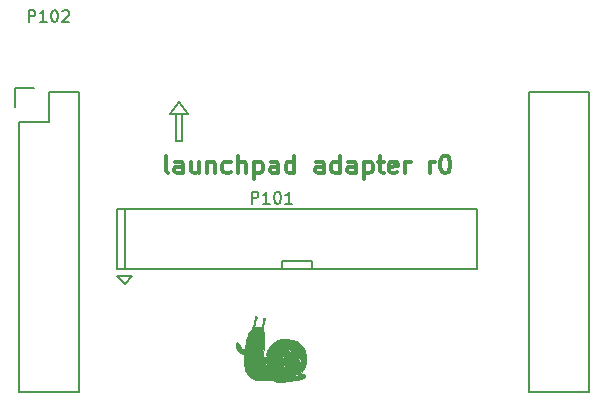
<source format=gto>
G04 #@! TF.FileFunction,Legend,Top*
%FSLAX46Y46*%
G04 Gerber Fmt 4.6, Leading zero omitted, Abs format (unit mm)*
G04 Created by KiCad (PCBNEW 4.0.2-stable) date Thu May 19 22:00:52 2016*
%MOMM*%
G01*
G04 APERTURE LIST*
%ADD10C,0.100000*%
%ADD11C,0.300000*%
%ADD12C,0.200000*%
%ADD13C,0.150000*%
%ADD14C,0.010000*%
G04 APERTURE END LIST*
D10*
D11*
X137058287Y-99230571D02*
X136915429Y-99159143D01*
X136844001Y-99016286D01*
X136844001Y-97730571D01*
X138272572Y-99230571D02*
X138272572Y-98444857D01*
X138201143Y-98302000D01*
X138058286Y-98230571D01*
X137772572Y-98230571D01*
X137629715Y-98302000D01*
X138272572Y-99159143D02*
X138129715Y-99230571D01*
X137772572Y-99230571D01*
X137629715Y-99159143D01*
X137558286Y-99016286D01*
X137558286Y-98873429D01*
X137629715Y-98730571D01*
X137772572Y-98659143D01*
X138129715Y-98659143D01*
X138272572Y-98587714D01*
X139629715Y-98230571D02*
X139629715Y-99230571D01*
X138986858Y-98230571D02*
X138986858Y-99016286D01*
X139058286Y-99159143D01*
X139201144Y-99230571D01*
X139415429Y-99230571D01*
X139558286Y-99159143D01*
X139629715Y-99087714D01*
X140344001Y-98230571D02*
X140344001Y-99230571D01*
X140344001Y-98373429D02*
X140415429Y-98302000D01*
X140558287Y-98230571D01*
X140772572Y-98230571D01*
X140915429Y-98302000D01*
X140986858Y-98444857D01*
X140986858Y-99230571D01*
X142344001Y-99159143D02*
X142201144Y-99230571D01*
X141915430Y-99230571D01*
X141772572Y-99159143D01*
X141701144Y-99087714D01*
X141629715Y-98944857D01*
X141629715Y-98516286D01*
X141701144Y-98373429D01*
X141772572Y-98302000D01*
X141915430Y-98230571D01*
X142201144Y-98230571D01*
X142344001Y-98302000D01*
X142986858Y-99230571D02*
X142986858Y-97730571D01*
X143629715Y-99230571D02*
X143629715Y-98444857D01*
X143558286Y-98302000D01*
X143415429Y-98230571D01*
X143201144Y-98230571D01*
X143058286Y-98302000D01*
X142986858Y-98373429D01*
X144344001Y-98230571D02*
X144344001Y-99730571D01*
X144344001Y-98302000D02*
X144486858Y-98230571D01*
X144772572Y-98230571D01*
X144915429Y-98302000D01*
X144986858Y-98373429D01*
X145058287Y-98516286D01*
X145058287Y-98944857D01*
X144986858Y-99087714D01*
X144915429Y-99159143D01*
X144772572Y-99230571D01*
X144486858Y-99230571D01*
X144344001Y-99159143D01*
X146344001Y-99230571D02*
X146344001Y-98444857D01*
X146272572Y-98302000D01*
X146129715Y-98230571D01*
X145844001Y-98230571D01*
X145701144Y-98302000D01*
X146344001Y-99159143D02*
X146201144Y-99230571D01*
X145844001Y-99230571D01*
X145701144Y-99159143D01*
X145629715Y-99016286D01*
X145629715Y-98873429D01*
X145701144Y-98730571D01*
X145844001Y-98659143D01*
X146201144Y-98659143D01*
X146344001Y-98587714D01*
X147701144Y-99230571D02*
X147701144Y-97730571D01*
X147701144Y-99159143D02*
X147558287Y-99230571D01*
X147272573Y-99230571D01*
X147129715Y-99159143D01*
X147058287Y-99087714D01*
X146986858Y-98944857D01*
X146986858Y-98516286D01*
X147058287Y-98373429D01*
X147129715Y-98302000D01*
X147272573Y-98230571D01*
X147558287Y-98230571D01*
X147701144Y-98302000D01*
X150201144Y-99230571D02*
X150201144Y-98444857D01*
X150129715Y-98302000D01*
X149986858Y-98230571D01*
X149701144Y-98230571D01*
X149558287Y-98302000D01*
X150201144Y-99159143D02*
X150058287Y-99230571D01*
X149701144Y-99230571D01*
X149558287Y-99159143D01*
X149486858Y-99016286D01*
X149486858Y-98873429D01*
X149558287Y-98730571D01*
X149701144Y-98659143D01*
X150058287Y-98659143D01*
X150201144Y-98587714D01*
X151558287Y-99230571D02*
X151558287Y-97730571D01*
X151558287Y-99159143D02*
X151415430Y-99230571D01*
X151129716Y-99230571D01*
X150986858Y-99159143D01*
X150915430Y-99087714D01*
X150844001Y-98944857D01*
X150844001Y-98516286D01*
X150915430Y-98373429D01*
X150986858Y-98302000D01*
X151129716Y-98230571D01*
X151415430Y-98230571D01*
X151558287Y-98302000D01*
X152915430Y-99230571D02*
X152915430Y-98444857D01*
X152844001Y-98302000D01*
X152701144Y-98230571D01*
X152415430Y-98230571D01*
X152272573Y-98302000D01*
X152915430Y-99159143D02*
X152772573Y-99230571D01*
X152415430Y-99230571D01*
X152272573Y-99159143D01*
X152201144Y-99016286D01*
X152201144Y-98873429D01*
X152272573Y-98730571D01*
X152415430Y-98659143D01*
X152772573Y-98659143D01*
X152915430Y-98587714D01*
X153629716Y-98230571D02*
X153629716Y-99730571D01*
X153629716Y-98302000D02*
X153772573Y-98230571D01*
X154058287Y-98230571D01*
X154201144Y-98302000D01*
X154272573Y-98373429D01*
X154344002Y-98516286D01*
X154344002Y-98944857D01*
X154272573Y-99087714D01*
X154201144Y-99159143D01*
X154058287Y-99230571D01*
X153772573Y-99230571D01*
X153629716Y-99159143D01*
X154772573Y-98230571D02*
X155344002Y-98230571D01*
X154986859Y-97730571D02*
X154986859Y-99016286D01*
X155058287Y-99159143D01*
X155201145Y-99230571D01*
X155344002Y-99230571D01*
X156415430Y-99159143D02*
X156272573Y-99230571D01*
X155986859Y-99230571D01*
X155844002Y-99159143D01*
X155772573Y-99016286D01*
X155772573Y-98444857D01*
X155844002Y-98302000D01*
X155986859Y-98230571D01*
X156272573Y-98230571D01*
X156415430Y-98302000D01*
X156486859Y-98444857D01*
X156486859Y-98587714D01*
X155772573Y-98730571D01*
X157129716Y-99230571D02*
X157129716Y-98230571D01*
X157129716Y-98516286D02*
X157201144Y-98373429D01*
X157272573Y-98302000D01*
X157415430Y-98230571D01*
X157558287Y-98230571D01*
X159201144Y-99230571D02*
X159201144Y-98230571D01*
X159201144Y-98516286D02*
X159272572Y-98373429D01*
X159344001Y-98302000D01*
X159486858Y-98230571D01*
X159629715Y-98230571D01*
X160415429Y-97730571D02*
X160558286Y-97730571D01*
X160701143Y-97802000D01*
X160772572Y-97873429D01*
X160844001Y-98016286D01*
X160915429Y-98302000D01*
X160915429Y-98659143D01*
X160844001Y-98944857D01*
X160772572Y-99087714D01*
X160701143Y-99159143D01*
X160558286Y-99230571D01*
X160415429Y-99230571D01*
X160272572Y-99159143D01*
X160201143Y-99087714D01*
X160129715Y-98944857D01*
X160058286Y-98659143D01*
X160058286Y-98302000D01*
X160129715Y-98016286D01*
X160201143Y-97873429D01*
X160272572Y-97802000D01*
X160415429Y-97730571D01*
D12*
X138176000Y-96520000D02*
X138176000Y-94234000D01*
X137668000Y-96520000D02*
X138176000Y-96520000D01*
X137668000Y-94234000D02*
X137668000Y-96520000D01*
X137922000Y-94234000D02*
X137668000Y-94234000D01*
X137160000Y-94234000D02*
X137922000Y-94234000D01*
X137160000Y-94234000D02*
X137922000Y-93218000D01*
X137922000Y-94234000D02*
X138684000Y-94234000D01*
X138684000Y-94234000D02*
X137922000Y-93218000D01*
D13*
X133350000Y-102235000D02*
X133350000Y-107315000D01*
X133350000Y-108585000D02*
X133985000Y-107950000D01*
X132715000Y-107950000D02*
X133350000Y-108585000D01*
X149225000Y-106680000D02*
X149225000Y-107315000D01*
X146685000Y-106680000D02*
X149225000Y-106680000D01*
X146685000Y-106680000D02*
X146685000Y-107315000D01*
X132715000Y-107950000D02*
X133985000Y-107950000D01*
X163195000Y-107315000D02*
X132715000Y-107315000D01*
X163195000Y-106045000D02*
X163195000Y-107315000D01*
X132715000Y-106045000D02*
X132715000Y-107315000D01*
X132715000Y-102235000D02*
X132715000Y-103505000D01*
X163195000Y-102235000D02*
X132715000Y-102235000D01*
X163195000Y-103505000D02*
X163195000Y-102235000D01*
X163195000Y-103505000D02*
X163195000Y-106045000D01*
X132715000Y-103505000D02*
X132715000Y-106045000D01*
X172631100Y-92303600D02*
X172631100Y-117703600D01*
X167551100Y-92303600D02*
X172631100Y-92303600D01*
X167551100Y-117703600D02*
X167551100Y-92303600D01*
X124371100Y-117703600D02*
X124371100Y-94843600D01*
X129451100Y-117703600D02*
X124371100Y-117703600D01*
X129451100Y-92303600D02*
X129451100Y-117703600D01*
X172631100Y-117703600D02*
X167551100Y-117703600D01*
X129451100Y-92303600D02*
X126911100Y-92303600D01*
X125641100Y-92023600D02*
X124091100Y-92023600D01*
X126911100Y-92303600D02*
X126911100Y-94843600D01*
X126911100Y-94843600D02*
X124371100Y-94843600D01*
X124091100Y-92023600D02*
X124091100Y-93573600D01*
D14*
G36*
X147083174Y-113245374D02*
X147541036Y-113310064D01*
X147926996Y-113445089D01*
X148239642Y-113649148D01*
X148477561Y-113920939D01*
X148639340Y-114259159D01*
X148723566Y-114662506D01*
X148731858Y-114764996D01*
X148721934Y-115190036D01*
X148640936Y-115560145D01*
X148491967Y-115867512D01*
X148278130Y-116104328D01*
X148169363Y-116181091D01*
X147946976Y-116261302D01*
X147694618Y-116265093D01*
X147440021Y-116199670D01*
X147210918Y-116072237D01*
X147035039Y-115889999D01*
X147032121Y-115885643D01*
X146910601Y-115633048D01*
X146852012Y-115353601D01*
X146852802Y-115068503D01*
X146909418Y-114798956D01*
X147018308Y-114566161D01*
X147175918Y-114391319D01*
X147294080Y-114322343D01*
X147554387Y-114258009D01*
X147786952Y-114284217D01*
X147977894Y-114391902D01*
X148113332Y-114571998D01*
X148179383Y-114815442D01*
X148183599Y-114903179D01*
X148151966Y-115093713D01*
X148069156Y-115249362D01*
X147953305Y-115358021D01*
X147822552Y-115407588D01*
X147695032Y-115385959D01*
X147597264Y-115294470D01*
X147547930Y-115202321D01*
X147548990Y-115120073D01*
X147598606Y-115002370D01*
X147680625Y-114833400D01*
X147576512Y-114953327D01*
X147485965Y-115105652D01*
X147493811Y-115251587D01*
X147564369Y-115367522D01*
X147698731Y-115465692D01*
X147857969Y-115470949D01*
X148028591Y-115384453D01*
X148100073Y-115321373D01*
X148196412Y-115211008D01*
X148243999Y-115102646D01*
X148259142Y-114951933D01*
X148259800Y-114886948D01*
X148219936Y-114622329D01*
X148111293Y-114415822D01*
X147950286Y-114270191D01*
X147753335Y-114188195D01*
X147536858Y-114172599D01*
X147317272Y-114226163D01*
X147110996Y-114351649D01*
X146934449Y-114551819D01*
X146875500Y-114654074D01*
X146790352Y-114912156D01*
X146759982Y-115213100D01*
X146785161Y-115513709D01*
X146855941Y-115748235D01*
X147021203Y-115999750D01*
X147253507Y-116200482D01*
X147527400Y-116333660D01*
X147817430Y-116382513D01*
X147818582Y-116382516D01*
X147932817Y-116362894D01*
X148092377Y-116312607D01*
X148182253Y-116276935D01*
X148343580Y-116216006D01*
X148451063Y-116201882D01*
X148537654Y-116229572D01*
X148624587Y-116317000D01*
X148623201Y-116423899D01*
X148538926Y-116530570D01*
X148437600Y-116592663D01*
X148261615Y-116654622D01*
X148016475Y-116713102D01*
X147722984Y-116765918D01*
X147401944Y-116810889D01*
X147074157Y-116845831D01*
X146760428Y-116868561D01*
X146481558Y-116876895D01*
X146258351Y-116868651D01*
X146111609Y-116841646D01*
X146101844Y-116837788D01*
X145890955Y-116702436D01*
X145727762Y-116493484D01*
X145607360Y-116202928D01*
X145541565Y-115923202D01*
X145488413Y-115674567D01*
X145430550Y-115478042D01*
X145373276Y-115346590D01*
X145321894Y-115293171D01*
X145291093Y-115310994D01*
X145241902Y-115335470D01*
X145189018Y-115271568D01*
X145139336Y-115131959D01*
X145105969Y-114970793D01*
X145073103Y-114765261D01*
X145244051Y-114803971D01*
X145531376Y-114901367D01*
X145760435Y-115057767D01*
X145949012Y-115288499D01*
X146074740Y-115519894D01*
X146144704Y-115664600D01*
X146180302Y-115723184D01*
X146188412Y-115702381D01*
X146177807Y-115620800D01*
X146086718Y-115345661D01*
X145914784Y-115092738D01*
X145682597Y-114889946D01*
X145603933Y-114842875D01*
X145450102Y-114749842D01*
X145365101Y-114659301D01*
X145341537Y-114545679D01*
X145372019Y-114383400D01*
X145423935Y-114220149D01*
X145543099Y-113983148D01*
X145747132Y-113733761D01*
X145792235Y-113687828D01*
X146045896Y-113471957D01*
X146308800Y-113330960D01*
X146605377Y-113256466D01*
X146960059Y-113240100D01*
X147083174Y-113245374D01*
X147083174Y-113245374D01*
G37*
X147083174Y-113245374D02*
X147541036Y-113310064D01*
X147926996Y-113445089D01*
X148239642Y-113649148D01*
X148477561Y-113920939D01*
X148639340Y-114259159D01*
X148723566Y-114662506D01*
X148731858Y-114764996D01*
X148721934Y-115190036D01*
X148640936Y-115560145D01*
X148491967Y-115867512D01*
X148278130Y-116104328D01*
X148169363Y-116181091D01*
X147946976Y-116261302D01*
X147694618Y-116265093D01*
X147440021Y-116199670D01*
X147210918Y-116072237D01*
X147035039Y-115889999D01*
X147032121Y-115885643D01*
X146910601Y-115633048D01*
X146852012Y-115353601D01*
X146852802Y-115068503D01*
X146909418Y-114798956D01*
X147018308Y-114566161D01*
X147175918Y-114391319D01*
X147294080Y-114322343D01*
X147554387Y-114258009D01*
X147786952Y-114284217D01*
X147977894Y-114391902D01*
X148113332Y-114571998D01*
X148179383Y-114815442D01*
X148183599Y-114903179D01*
X148151966Y-115093713D01*
X148069156Y-115249362D01*
X147953305Y-115358021D01*
X147822552Y-115407588D01*
X147695032Y-115385959D01*
X147597264Y-115294470D01*
X147547930Y-115202321D01*
X147548990Y-115120073D01*
X147598606Y-115002370D01*
X147680625Y-114833400D01*
X147576512Y-114953327D01*
X147485965Y-115105652D01*
X147493811Y-115251587D01*
X147564369Y-115367522D01*
X147698731Y-115465692D01*
X147857969Y-115470949D01*
X148028591Y-115384453D01*
X148100073Y-115321373D01*
X148196412Y-115211008D01*
X148243999Y-115102646D01*
X148259142Y-114951933D01*
X148259800Y-114886948D01*
X148219936Y-114622329D01*
X148111293Y-114415822D01*
X147950286Y-114270191D01*
X147753335Y-114188195D01*
X147536858Y-114172599D01*
X147317272Y-114226163D01*
X147110996Y-114351649D01*
X146934449Y-114551819D01*
X146875500Y-114654074D01*
X146790352Y-114912156D01*
X146759982Y-115213100D01*
X146785161Y-115513709D01*
X146855941Y-115748235D01*
X147021203Y-115999750D01*
X147253507Y-116200482D01*
X147527400Y-116333660D01*
X147817430Y-116382513D01*
X147818582Y-116382516D01*
X147932817Y-116362894D01*
X148092377Y-116312607D01*
X148182253Y-116276935D01*
X148343580Y-116216006D01*
X148451063Y-116201882D01*
X148537654Y-116229572D01*
X148624587Y-116317000D01*
X148623201Y-116423899D01*
X148538926Y-116530570D01*
X148437600Y-116592663D01*
X148261615Y-116654622D01*
X148016475Y-116713102D01*
X147722984Y-116765918D01*
X147401944Y-116810889D01*
X147074157Y-116845831D01*
X146760428Y-116868561D01*
X146481558Y-116876895D01*
X146258351Y-116868651D01*
X146111609Y-116841646D01*
X146101844Y-116837788D01*
X145890955Y-116702436D01*
X145727762Y-116493484D01*
X145607360Y-116202928D01*
X145541565Y-115923202D01*
X145488413Y-115674567D01*
X145430550Y-115478042D01*
X145373276Y-115346590D01*
X145321894Y-115293171D01*
X145291093Y-115310994D01*
X145241902Y-115335470D01*
X145189018Y-115271568D01*
X145139336Y-115131959D01*
X145105969Y-114970793D01*
X145073103Y-114765261D01*
X145244051Y-114803971D01*
X145531376Y-114901367D01*
X145760435Y-115057767D01*
X145949012Y-115288499D01*
X146074740Y-115519894D01*
X146144704Y-115664600D01*
X146180302Y-115723184D01*
X146188412Y-115702381D01*
X146177807Y-115620800D01*
X146086718Y-115345661D01*
X145914784Y-115092738D01*
X145682597Y-114889946D01*
X145603933Y-114842875D01*
X145450102Y-114749842D01*
X145365101Y-114659301D01*
X145341537Y-114545679D01*
X145372019Y-114383400D01*
X145423935Y-114220149D01*
X145543099Y-113983148D01*
X145747132Y-113733761D01*
X145792235Y-113687828D01*
X146045896Y-113471957D01*
X146308800Y-113330960D01*
X146605377Y-113256466D01*
X146960059Y-113240100D01*
X147083174Y-113245374D01*
G36*
X144503032Y-111322104D02*
X144559253Y-111376619D01*
X144576347Y-111452507D01*
X144547382Y-111502863D01*
X144530209Y-111506000D01*
X144494610Y-111551191D01*
X144452774Y-111667390D01*
X144426611Y-111771817D01*
X144388439Y-111946273D01*
X144354581Y-112095142D01*
X144341519Y-112149532D01*
X144334260Y-112224878D01*
X144381788Y-112252777D01*
X144483217Y-112252719D01*
X144649555Y-112258265D01*
X144790621Y-112281850D01*
X144878205Y-112297195D01*
X144930332Y-112266221D01*
X144971512Y-112167030D01*
X144990410Y-112103346D01*
X145031005Y-111906983D01*
X145050731Y-111702738D01*
X145051117Y-111671099D01*
X145063009Y-111520202D01*
X145103407Y-111458026D01*
X145119623Y-111455200D01*
X145196861Y-111495862D01*
X145226925Y-111586272D01*
X145198776Y-111671746D01*
X145164492Y-111751657D01*
X145123531Y-111899121D01*
X145086929Y-112071198D01*
X145055943Y-112264137D01*
X145051034Y-112393338D01*
X145073523Y-112493603D01*
X145105636Y-112563975D01*
X145155189Y-112730381D01*
X145180340Y-112981593D01*
X145181048Y-113303781D01*
X145157271Y-113683116D01*
X145110200Y-114096800D01*
X145078743Y-114349275D01*
X145053737Y-114592706D01*
X145038570Y-114791785D01*
X145035609Y-114874022D01*
X145050836Y-115042364D01*
X145091647Y-115208359D01*
X145147583Y-115342065D01*
X145208181Y-115413543D01*
X145225804Y-115418377D01*
X145304105Y-115446886D01*
X145367256Y-115538050D01*
X145422258Y-115705922D01*
X145463203Y-115894952D01*
X145517433Y-116121416D01*
X145588153Y-116341280D01*
X145660515Y-116508691D01*
X145663962Y-116514956D01*
X145788847Y-116738400D01*
X145144723Y-116734820D01*
X144772624Y-116724955D01*
X144492759Y-116700238D01*
X144309209Y-116661040D01*
X144302009Y-116658478D01*
X143994134Y-116497985D01*
X143757152Y-116265714D01*
X143618162Y-116032633D01*
X143560837Y-115901487D01*
X143522657Y-115781509D01*
X143499801Y-115646750D01*
X143488448Y-115471261D01*
X143484777Y-115229092D01*
X143484600Y-115125534D01*
X143484600Y-114773239D01*
X144485423Y-114773239D01*
X144486557Y-114987553D01*
X144498427Y-115171519D01*
X144518702Y-115295090D01*
X144527787Y-115319339D01*
X144616703Y-115404913D01*
X144723029Y-115406228D01*
X144813065Y-115326834D01*
X144832057Y-115287292D01*
X144869524Y-115132112D01*
X144877589Y-115020592D01*
X144869873Y-114936676D01*
X144853786Y-114948197D01*
X144828368Y-115057279D01*
X144807258Y-115176300D01*
X144770442Y-115309293D01*
X144710295Y-115362788D01*
X144677065Y-115366800D01*
X144616422Y-115352740D01*
X144573632Y-115300246D01*
X144544647Y-115193845D01*
X144525418Y-115018068D01*
X144511898Y-114757440D01*
X144510917Y-114731800D01*
X144495646Y-114325400D01*
X144485423Y-114773239D01*
X143484600Y-114773239D01*
X143484600Y-114503268D01*
X143337034Y-114503234D01*
X143176882Y-114456906D01*
X143022403Y-114334881D01*
X142890064Y-114162486D01*
X142796331Y-113965048D01*
X142757670Y-113767896D01*
X142774104Y-113637379D01*
X142829136Y-113549589D01*
X142904839Y-113557969D01*
X142997259Y-113660115D01*
X143091397Y-113830100D01*
X143180219Y-113999042D01*
X143255795Y-114092931D01*
X143337120Y-114133060D01*
X143365939Y-114137853D01*
X143444128Y-114139739D01*
X143496361Y-114111111D01*
X143532407Y-114033302D01*
X143562037Y-113887648D01*
X143586861Y-113715800D01*
X143639452Y-113440158D01*
X143719615Y-113152101D01*
X143733793Y-113112566D01*
X144417350Y-113112566D01*
X144484824Y-113121361D01*
X144500600Y-113121696D01*
X144587357Y-113116205D01*
X144594995Y-113100302D01*
X144590466Y-113098278D01*
X144489619Y-113088229D01*
X144438066Y-113096396D01*
X144417350Y-113112566D01*
X143733793Y-113112566D01*
X143781919Y-112978371D01*
X144094712Y-112978371D01*
X144105749Y-113022549D01*
X144142001Y-113030000D01*
X144211670Y-113018219D01*
X144221200Y-113007598D01*
X144198256Y-112978371D01*
X144805912Y-112978371D01*
X144816949Y-113022549D01*
X144853201Y-113030000D01*
X144922870Y-113018219D01*
X144932400Y-113007598D01*
X144895175Y-112960180D01*
X144828194Y-112959123D01*
X144805912Y-112978371D01*
X144198256Y-112978371D01*
X144183975Y-112960180D01*
X144116994Y-112959123D01*
X144094712Y-112978371D01*
X143781919Y-112978371D01*
X143817177Y-112880061D01*
X143921962Y-112652473D01*
X144021923Y-112499892D01*
X144108263Y-112371257D01*
X144195247Y-112191871D01*
X144274684Y-111986943D01*
X144338379Y-111781681D01*
X144378140Y-111601293D01*
X144385774Y-111470986D01*
X144370812Y-111426441D01*
X144351797Y-111355173D01*
X144405564Y-111312927D01*
X144503032Y-111322104D01*
X144503032Y-111322104D01*
G37*
X144503032Y-111322104D02*
X144559253Y-111376619D01*
X144576347Y-111452507D01*
X144547382Y-111502863D01*
X144530209Y-111506000D01*
X144494610Y-111551191D01*
X144452774Y-111667390D01*
X144426611Y-111771817D01*
X144388439Y-111946273D01*
X144354581Y-112095142D01*
X144341519Y-112149532D01*
X144334260Y-112224878D01*
X144381788Y-112252777D01*
X144483217Y-112252719D01*
X144649555Y-112258265D01*
X144790621Y-112281850D01*
X144878205Y-112297195D01*
X144930332Y-112266221D01*
X144971512Y-112167030D01*
X144990410Y-112103346D01*
X145031005Y-111906983D01*
X145050731Y-111702738D01*
X145051117Y-111671099D01*
X145063009Y-111520202D01*
X145103407Y-111458026D01*
X145119623Y-111455200D01*
X145196861Y-111495862D01*
X145226925Y-111586272D01*
X145198776Y-111671746D01*
X145164492Y-111751657D01*
X145123531Y-111899121D01*
X145086929Y-112071198D01*
X145055943Y-112264137D01*
X145051034Y-112393338D01*
X145073523Y-112493603D01*
X145105636Y-112563975D01*
X145155189Y-112730381D01*
X145180340Y-112981593D01*
X145181048Y-113303781D01*
X145157271Y-113683116D01*
X145110200Y-114096800D01*
X145078743Y-114349275D01*
X145053737Y-114592706D01*
X145038570Y-114791785D01*
X145035609Y-114874022D01*
X145050836Y-115042364D01*
X145091647Y-115208359D01*
X145147583Y-115342065D01*
X145208181Y-115413543D01*
X145225804Y-115418377D01*
X145304105Y-115446886D01*
X145367256Y-115538050D01*
X145422258Y-115705922D01*
X145463203Y-115894952D01*
X145517433Y-116121416D01*
X145588153Y-116341280D01*
X145660515Y-116508691D01*
X145663962Y-116514956D01*
X145788847Y-116738400D01*
X145144723Y-116734820D01*
X144772624Y-116724955D01*
X144492759Y-116700238D01*
X144309209Y-116661040D01*
X144302009Y-116658478D01*
X143994134Y-116497985D01*
X143757152Y-116265714D01*
X143618162Y-116032633D01*
X143560837Y-115901487D01*
X143522657Y-115781509D01*
X143499801Y-115646750D01*
X143488448Y-115471261D01*
X143484777Y-115229092D01*
X143484600Y-115125534D01*
X143484600Y-114773239D01*
X144485423Y-114773239D01*
X144486557Y-114987553D01*
X144498427Y-115171519D01*
X144518702Y-115295090D01*
X144527787Y-115319339D01*
X144616703Y-115404913D01*
X144723029Y-115406228D01*
X144813065Y-115326834D01*
X144832057Y-115287292D01*
X144869524Y-115132112D01*
X144877589Y-115020592D01*
X144869873Y-114936676D01*
X144853786Y-114948197D01*
X144828368Y-115057279D01*
X144807258Y-115176300D01*
X144770442Y-115309293D01*
X144710295Y-115362788D01*
X144677065Y-115366800D01*
X144616422Y-115352740D01*
X144573632Y-115300246D01*
X144544647Y-115193845D01*
X144525418Y-115018068D01*
X144511898Y-114757440D01*
X144510917Y-114731800D01*
X144495646Y-114325400D01*
X144485423Y-114773239D01*
X143484600Y-114773239D01*
X143484600Y-114503268D01*
X143337034Y-114503234D01*
X143176882Y-114456906D01*
X143022403Y-114334881D01*
X142890064Y-114162486D01*
X142796331Y-113965048D01*
X142757670Y-113767896D01*
X142774104Y-113637379D01*
X142829136Y-113549589D01*
X142904839Y-113557969D01*
X142997259Y-113660115D01*
X143091397Y-113830100D01*
X143180219Y-113999042D01*
X143255795Y-114092931D01*
X143337120Y-114133060D01*
X143365939Y-114137853D01*
X143444128Y-114139739D01*
X143496361Y-114111111D01*
X143532407Y-114033302D01*
X143562037Y-113887648D01*
X143586861Y-113715800D01*
X143639452Y-113440158D01*
X143719615Y-113152101D01*
X143733793Y-113112566D01*
X144417350Y-113112566D01*
X144484824Y-113121361D01*
X144500600Y-113121696D01*
X144587357Y-113116205D01*
X144594995Y-113100302D01*
X144590466Y-113098278D01*
X144489619Y-113088229D01*
X144438066Y-113096396D01*
X144417350Y-113112566D01*
X143733793Y-113112566D01*
X143781919Y-112978371D01*
X144094712Y-112978371D01*
X144105749Y-113022549D01*
X144142001Y-113030000D01*
X144211670Y-113018219D01*
X144221200Y-113007598D01*
X144198256Y-112978371D01*
X144805912Y-112978371D01*
X144816949Y-113022549D01*
X144853201Y-113030000D01*
X144922870Y-113018219D01*
X144932400Y-113007598D01*
X144895175Y-112960180D01*
X144828194Y-112959123D01*
X144805912Y-112978371D01*
X144198256Y-112978371D01*
X144183975Y-112960180D01*
X144116994Y-112959123D01*
X144094712Y-112978371D01*
X143781919Y-112978371D01*
X143817177Y-112880061D01*
X143921962Y-112652473D01*
X144021923Y-112499892D01*
X144108263Y-112371257D01*
X144195247Y-112191871D01*
X144274684Y-111986943D01*
X144338379Y-111781681D01*
X144378140Y-111601293D01*
X144385774Y-111470986D01*
X144370812Y-111426441D01*
X144351797Y-111355173D01*
X144405564Y-111312927D01*
X144503032Y-111322104D01*
D13*
X144105524Y-101798381D02*
X144105524Y-100798381D01*
X144486477Y-100798381D01*
X144581715Y-100846000D01*
X144629334Y-100893619D01*
X144676953Y-100988857D01*
X144676953Y-101131714D01*
X144629334Y-101226952D01*
X144581715Y-101274571D01*
X144486477Y-101322190D01*
X144105524Y-101322190D01*
X145629334Y-101798381D02*
X145057905Y-101798381D01*
X145343619Y-101798381D02*
X145343619Y-100798381D01*
X145248381Y-100941238D01*
X145153143Y-101036476D01*
X145057905Y-101084095D01*
X146248381Y-100798381D02*
X146343620Y-100798381D01*
X146438858Y-100846000D01*
X146486477Y-100893619D01*
X146534096Y-100988857D01*
X146581715Y-101179333D01*
X146581715Y-101417429D01*
X146534096Y-101607905D01*
X146486477Y-101703143D01*
X146438858Y-101750762D01*
X146343620Y-101798381D01*
X146248381Y-101798381D01*
X146153143Y-101750762D01*
X146105524Y-101703143D01*
X146057905Y-101607905D01*
X146010286Y-101417429D01*
X146010286Y-101179333D01*
X146057905Y-100988857D01*
X146105524Y-100893619D01*
X146153143Y-100846000D01*
X146248381Y-100798381D01*
X147534096Y-101798381D02*
X146962667Y-101798381D01*
X147248381Y-101798381D02*
X147248381Y-100798381D01*
X147153143Y-100941238D01*
X147057905Y-101036476D01*
X146962667Y-101084095D01*
X125220624Y-86405981D02*
X125220624Y-85405981D01*
X125601577Y-85405981D01*
X125696815Y-85453600D01*
X125744434Y-85501219D01*
X125792053Y-85596457D01*
X125792053Y-85739314D01*
X125744434Y-85834552D01*
X125696815Y-85882171D01*
X125601577Y-85929790D01*
X125220624Y-85929790D01*
X126744434Y-86405981D02*
X126173005Y-86405981D01*
X126458719Y-86405981D02*
X126458719Y-85405981D01*
X126363481Y-85548838D01*
X126268243Y-85644076D01*
X126173005Y-85691695D01*
X127363481Y-85405981D02*
X127458720Y-85405981D01*
X127553958Y-85453600D01*
X127601577Y-85501219D01*
X127649196Y-85596457D01*
X127696815Y-85786933D01*
X127696815Y-86025029D01*
X127649196Y-86215505D01*
X127601577Y-86310743D01*
X127553958Y-86358362D01*
X127458720Y-86405981D01*
X127363481Y-86405981D01*
X127268243Y-86358362D01*
X127220624Y-86310743D01*
X127173005Y-86215505D01*
X127125386Y-86025029D01*
X127125386Y-85786933D01*
X127173005Y-85596457D01*
X127220624Y-85501219D01*
X127268243Y-85453600D01*
X127363481Y-85405981D01*
X128077767Y-85501219D02*
X128125386Y-85453600D01*
X128220624Y-85405981D01*
X128458720Y-85405981D01*
X128553958Y-85453600D01*
X128601577Y-85501219D01*
X128649196Y-85596457D01*
X128649196Y-85691695D01*
X128601577Y-85834552D01*
X128030148Y-86405981D01*
X128649196Y-86405981D01*
M02*

</source>
